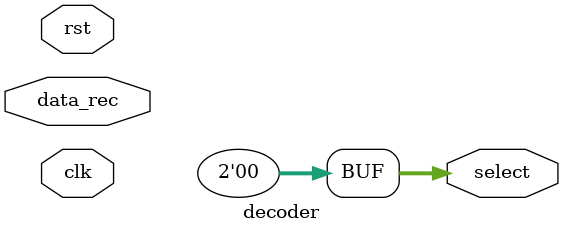
<source format=sv>
`timescale 1ns / 1ps


module decoder(input clk, rst, input [7:0] data_rec, output [1:0] select);

assign select = 2'b00;

endmodule

</source>
